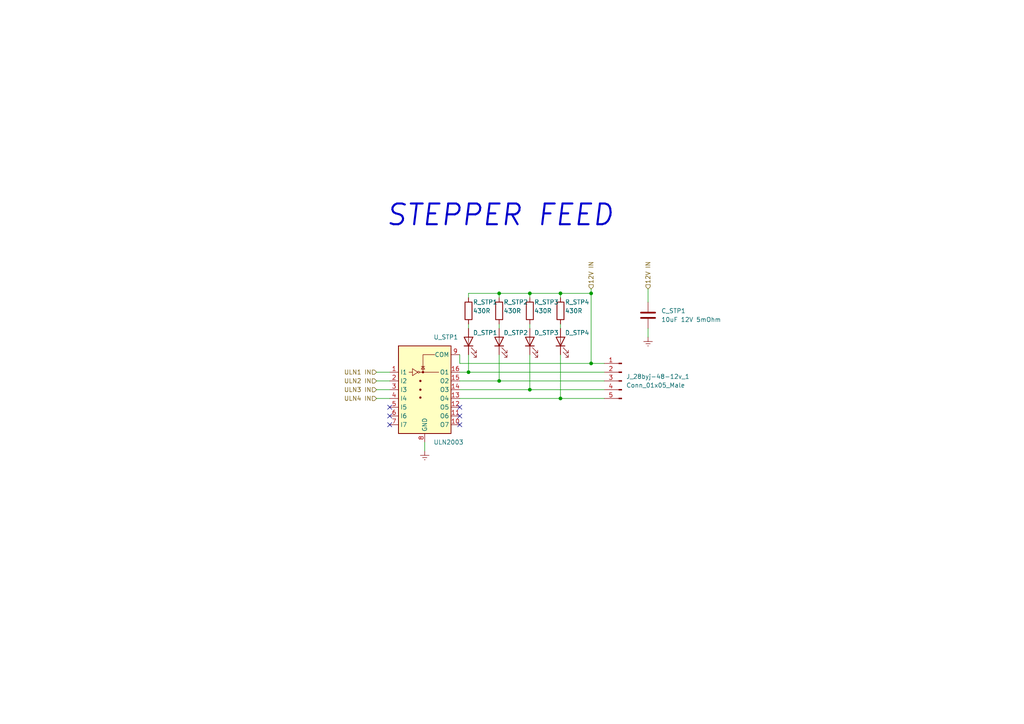
<source format=kicad_sch>
(kicad_sch (version 20211123) (generator eeschema)
  (paper "A4")
  (lib_symbols
    (symbol "Connector:Conn_01x05_Male" (pin_names (offset 1.016) hide)
      (property "Reference" "J" (at 0 7.62 0))
      (property "Value" "Conn_01x05_Male" (at 0 -7.62 0))
      (symbol "Conn_01x05_Male_1_1"
        (polyline (pts (xy 1.27 -5.08) (xy 0.8636 -5.08)) (stroke (width 0.1524)))
        (polyline (pts (xy 1.27 -2.54) (xy 0.8636 -2.54)) (stroke (width 0.1524)))
        (polyline (pts (xy 1.27 0) (xy 0.8636 0)) (stroke (width 0.1524)))
        (polyline (pts (xy 1.27 2.54) (xy 0.8636 2.54)) (stroke (width 0.1524)))
        (polyline (pts (xy 1.27 5.08) (xy 0.8636 5.08)) (stroke (width 0.1524)))
        (rectangle (start 0.8636 -4.953) (end 0 -5.207) (stroke (width 0.1524)) (fill (type outline)))
        (rectangle (start 0.8636 -2.413) (end 0 -2.667) (stroke (width 0.1524)) (fill (type outline)))
        (rectangle (start 0.8636 0.127) (end 0 -0.127) (stroke (width 0.1524)) (fill (type outline)))
        (rectangle (start 0.8636 2.667) (end 0 2.413) (stroke (width 0.1524)) (fill (type outline)))
        (rectangle (start 0.8636 5.207) (end 0 4.953) (stroke (width 0.1524)) (fill (type outline)))
        (pin passive line (at 5.08 5.08 180) (length 3.81) (name "Pin_1") (number "1"))
        (pin passive line (at 5.08 2.54 180) (length 3.81) (name "Pin_2") (number "2"))
        (pin passive line (at 5.08 0 180) (length 3.81) (name "Pin_3") (number "3"))
        (pin passive line (at 5.08 -2.54 180) (length 3.81) (name "Pin_4") (number "4"))
        (pin passive line (at 5.08 -5.08 180) (length 3.81) (name "Pin_5") (number "5"))
      )
    )
    (symbol "Device:C" (pin_numbers hide) (pin_names (offset 0.254))
      (property "Reference" "C" (at 0.635 2.54 0))
      (property "Value" "C" (at 0.635 -2.54 0))
      (symbol "C_0_1"
        (polyline (pts (xy -2.032 -0.762) (xy 2.032 -0.762)) (stroke (width 0.508)))
        (polyline (pts (xy -2.032 0.762) (xy 2.032 0.762)) (stroke (width 0.508)))
      )
      (symbol "C_1_1"
        (pin passive line (at 0 3.81 270) (length 2.794) (name "~") (number "1"))
        (pin passive line (at 0 -3.81 90) (length 2.794) (name "~") (number "2"))
      )
    )
    (symbol "Device:LED" (pin_numbers hide) (pin_names (offset 1.016) hide)
      (property "Reference" "D" (at 0 2.54 0))
      (property "Value" "LED" (at 0 -2.54 0))
      (symbol "LED_0_1"
        (polyline (pts (xy -1.27 -1.27) (xy -1.27 1.27)) (stroke (width 0.254)))
        (polyline (pts (xy -1.27 0) (xy 1.27 0)))
        (polyline (pts (xy 1.27 -1.27) (xy 1.27 1.27) (xy -1.27 0) (xy 1.27 -1.27)) (stroke (width 0.254)))
        (polyline (pts (xy -3.048 -0.762) (xy -4.572 -2.286) (xy -3.81 -2.286) (xy -4.572 -2.286) (xy -4.572 -1.524)))
        (polyline (pts (xy -1.778 -0.762) (xy -3.302 -2.286) (xy -2.54 -2.286) (xy -3.302 -2.286) (xy -3.302 -1.524)))
      )
      (symbol "LED_1_1"
        (pin passive line (at -3.81 0 0) (length 2.54) (name "K") (number "1"))
        (pin passive line (at 3.81 0 180) (length 2.54) (name "A") (number "2"))
      )
    )
    (symbol "Device:R" (pin_numbers hide) (pin_names (offset 0))
      (property "Reference" "R" (at 2.032 0 90))
      (property "Value" "R" (at 0 0 90))
      (symbol "R_0_1"
        (rectangle (start -1.016 -2.54) (end 1.016 2.54) (stroke (width 0.254)))
      )
      (symbol "R_1_1"
        (pin passive line (at 0 3.81 270) (length 1.27) (name "~") (number "1"))
        (pin passive line (at 0 -3.81 90) (length 1.27) (name "~") (number "2"))
      )
    )
    (symbol "Transistor_Array:ULN2003"
      (property "Reference" "U" (at 0 15.875 0))
      (property "Value" "ULN2003" (at 0 13.97 0))
      (symbol "ULN2003_0_1"
        (rectangle (start -7.62 -12.7) (end 7.62 12.7) (stroke (width 0.254)) (fill (type background)))
        (circle (center -1.778 5.08) (radius 0.254))
        (circle (center -1.27 -2.286) (radius 0.254) (fill (type outline)))
        (circle (center -1.27 0) (radius 0.254) (fill (type outline)))
        (circle (center -1.27 2.54) (radius 0.254) (fill (type outline)))
        (circle (center -0.508 5.08) (radius 0.254) (fill (type outline)))
        (polyline (pts (xy -4.572 5.08) (xy -3.556 5.08)))
        (polyline (pts (xy -1.524 5.08) (xy 4.064 5.08)))
        (polyline (pts (xy 0 6.731) (xy -1.016 6.731)))
        (polyline (pts (xy -0.508 5.08) (xy -0.508 10.16) (xy 2.921 10.16)))
        (polyline (pts (xy -3.556 6.096) (xy -3.556 4.064) (xy -2.032 5.08) (xy -3.556 6.096)))
        (polyline (pts (xy 0 5.969) (xy -1.016 5.969) (xy -0.508 6.731) (xy 0 5.969)))
      )
      (symbol "ULN2003_1_1"
        (pin input line (at -10.16 5.08 0) (length 2.54) (name "I1") (number "1"))
        (pin open_collector line (at 10.16 -10.16 180) (length 2.54) (name "O7") (number "10"))
        (pin open_collector line (at 10.16 -7.62 180) (length 2.54) (name "O6") (number "11"))
        (pin open_collector line (at 10.16 -5.08 180) (length 2.54) (name "O5") (number "12"))
        (pin open_collector line (at 10.16 -2.54 180) (length 2.54) (name "O4") (number "13"))
        (pin open_collector line (at 10.16 0 180) (length 2.54) (name "O3") (number "14"))
        (pin open_collector line (at 10.16 2.54 180) (length 2.54) (name "O2") (number "15"))
        (pin open_collector line (at 10.16 5.08 180) (length 2.54) (name "O1") (number "16"))
        (pin input line (at -10.16 2.54 0) (length 2.54) (name "I2") (number "2"))
        (pin input line (at -10.16 0 0) (length 2.54) (name "I3") (number "3"))
        (pin input line (at -10.16 -2.54 0) (length 2.54) (name "I4") (number "4"))
        (pin input line (at -10.16 -5.08 0) (length 2.54) (name "I5") (number "5"))
        (pin input line (at -10.16 -7.62 0) (length 2.54) (name "I6") (number "6"))
        (pin input line (at -10.16 -10.16 0) (length 2.54) (name "I7") (number "7"))
        (pin power_in line (at 0 -15.24 90) (length 2.54) (name "GND") (number "8"))
        (pin passive line (at 10.16 10.16 180) (length 2.54) (name "COM") (number "9"))
      )
    )
    (symbol "power:GNDREF" (power) (pin_names (offset 0))
      (property "Value" "GNDREF" (at 0 -3.81 0))
      (symbol "GNDREF_0_1"
        (polyline (pts (xy -0.635 -1.905) (xy 0.635 -1.905)))
        (polyline (pts (xy -0.127 -2.54) (xy 0.127 -2.54)))
        (polyline (pts (xy 0 -1.27) (xy 0 0)))
        (polyline (pts (xy 1.27 -1.27) (xy -1.27 -1.27)))
      )
      (symbol "GNDREF_1_1"
        (pin power_in line (at 0 0 270) (length 0) hide (name "GNDREF") (number "1"))
      )
    )
  )
  (junction (at 144.78 110.49))
  (junction (at 153.67 85.09))
  (junction (at 171.45 85.09))
  (junction (at 144.78 85.09))
  (junction (at 162.56 85.09))
  (junction (at 171.45 105.41))
  (junction (at 153.67 113.03))
  (junction (at 135.89 107.95))
  (junction (at 162.56 115.57))
  (no_connect (at 133.35 120.65))
  (no_connect (at 113.03 123.19))
  (no_connect (at 133.35 118.11))
  (no_connect (at 113.03 120.65))
  (no_connect (at 133.35 123.19))
  (no_connect (at 113.03 118.11))
  (wire (pts (xy 133.35 107.95) (xy 135.89 107.95)))
  (wire (pts (xy 135.89 86.36) (xy 135.89 85.09)))
  (wire (pts (xy 109.22 107.95) (xy 113.03 107.95)))
  (wire (pts (xy 109.22 115.57) (xy 113.03 115.57)))
  (wire (pts (xy 153.67 85.09) (xy 162.56 85.09)))
  (wire (pts (xy 162.56 85.09) (xy 162.56 86.36)))
  (wire (pts (xy 144.78 102.87) (xy 144.78 110.49)))
  (wire (pts (xy 153.67 113.03) (xy 153.67 102.87)))
  (wire (pts (xy 144.78 85.09) (xy 144.78 86.36)))
  (wire (pts (xy 133.35 105.41) (xy 171.45 105.41)))
  (wire (pts (xy 187.96 97.79) (xy 187.96 95.25)))
  (wire (pts (xy 153.67 113.03) (xy 175.26 113.03)))
  (wire (pts (xy 135.89 93.98) (xy 135.89 95.25)))
  (wire (pts (xy 109.22 110.49) (xy 113.03 110.49)))
  (wire (pts (xy 135.89 85.09) (xy 144.78 85.09)))
  (wire (pts (xy 133.35 110.49) (xy 144.78 110.49)))
  (wire (pts (xy 109.22 113.03) (xy 113.03 113.03)))
  (wire (pts (xy 135.89 107.95) (xy 135.89 102.87)))
  (wire (pts (xy 162.56 93.98) (xy 162.56 95.25)))
  (wire (pts (xy 135.89 107.95) (xy 175.26 107.95)))
  (wire (pts (xy 144.78 93.98) (xy 144.78 95.25)))
  (wire (pts (xy 133.35 102.87) (xy 133.35 105.41)))
  (wire (pts (xy 162.56 115.57) (xy 162.56 102.87)))
  (wire (pts (xy 153.67 85.09) (xy 153.67 86.36)))
  (wire (pts (xy 133.35 113.03) (xy 153.67 113.03)))
  (wire (pts (xy 171.45 85.09) (xy 171.45 105.41)))
  (wire (pts (xy 171.45 105.41) (xy 175.26 105.41)))
  (wire (pts (xy 162.56 85.09) (xy 171.45 85.09)))
  (wire (pts (xy 162.56 115.57) (xy 175.26 115.57)))
  (wire (pts (xy 144.78 110.49) (xy 175.26 110.49)))
  (wire (pts (xy 123.19 128.27) (xy 123.19 130.81)))
  (wire (pts (xy 153.67 93.98) (xy 153.67 95.25)))
  (wire (pts (xy 144.78 85.09) (xy 153.67 85.09)))
  (wire (pts (xy 133.35 115.57) (xy 162.56 115.57)))
  (wire (pts (xy 187.96 83.82) (xy 187.96 87.63)))
  (wire (pts (xy 171.45 83.82) (xy 171.45 85.09)))
  (text "STEPPER FEED" (at 111.76 66.04 0) (effects (font (size 6 6) (thickness 0.6) bold italic) (justify left bottom)))
  (hierarchical_label "ULN1 IN" (shape input) (at 109.22 107.95 180))
  (hierarchical_label "12V IN" (shape input) (at 171.45 83.82 90))
  (hierarchical_label "ULN3 IN" (shape input) (at 109.22 113.03 180))
  (hierarchical_label "ULN2 IN" (shape input) (at 109.22 110.49 180))
  (hierarchical_label "ULN4 IN" (shape input) (at 109.22 115.57 180))
  (hierarchical_label "12V IN" (shape input) (at 187.96 83.82 90))
  (symbol (lib_id "Device:LED") (at 162.56 99.06 90) (unit 1)
    (property "Reference" "D_STP4" (at 163.83 96.52 90) (effects (justify right)))
    (property "Value" "LED white" (effects hide))
    (property "Footprint" "LED_SMD:LED_0603_1608Metric_Pad1.05x0.95mm_HandSolder" (effects hide))
    (property "Datasheet" "https://br.mouser.com/datasheet/2/348/smld12-e-1874545.pdf" (effects hide))
    (property "#" "SMLD12WBN1W1" (effects hide))
    (property "Description" "LED output" (effects hide))
    (property "Group" "28BYJ-48 12V" (effects hide))
    (property "Mouser" "OK" (effects hide))
  )
  (symbol (lib_id "power:GNDREF") (at 187.96 97.79 0) (unit 1)
    (property "Reference" "#PWR0169" (effects hide))
    (property "Value" "GNDREF" (effects hide))
  )
  (symbol (lib_id "power:GNDREF") (at 123.19 130.81 0) (unit 1)
    (property "Reference" "#PWR0115" (effects hide))
    (property "Value" "GNDREF" (effects hide))
  )
  (symbol (lib_id "Device:R") (at 153.67 90.17 0) (unit 1)
    (property "Reference" "R_STP3" (at 154.94 87.6299 0) (effects (justify left)))
    (property "Value" "430R" (at 154.94 90.17 0) (effects (justify left)))
    (property "Footprint" "Resistor_SMD:R_0603_1608Metric_Pad0.98x0.95mm_HandSolder" (effects hide))
    (property "Datasheet" "https://br.mouser.com/datasheet/2/54/cr-1858361.pdf" (effects hide))
    (property "#" "CR0603-JW-431ELF" (effects hide))
    (property "Description" "LED resistor" (effects hide))
    (property "Group" "28BYJ-48 12V" (effects hide))
    (property "Obs" "wes" (effects hide))
    (property "Mouser" "OK" (effects hide))
  )
  (symbol (lib_id "Device:LED") (at 144.78 99.06 90) (unit 1)
    (property "Reference" "D_STP2" (at 146.05 96.52 90) (effects (justify right)))
    (property "Value" "LED white" (effects hide))
    (property "Footprint" "LED_SMD:LED_0603_1608Metric_Pad1.05x0.95mm_HandSolder" (effects hide))
    (property "Datasheet" "https://br.mouser.com/datasheet/2/348/smld12-e-1874545.pdf" (effects hide))
    (property "#" "SMLD12WBN1W1" (effects hide))
    (property "Description" "LED output" (effects hide))
    (property "Group" "28BYJ-48 12V" (effects hide))
    (property "Mouser" "OK" (effects hide))
  )
  (symbol (lib_id "Device:R") (at 162.56 90.17 0) (unit 1)
    (property "Reference" "R_STP4" (at 163.83 87.6299 0) (effects (justify left)))
    (property "Value" "430R" (at 163.83 90.17 0) (effects (justify left)))
    (property "Footprint" "Resistor_SMD:R_0603_1608Metric_Pad0.98x0.95mm_HandSolder" (effects hide))
    (property "Datasheet" "https://br.mouser.com/datasheet/2/54/cr-1858361.pdf" (effects hide))
    (property "#" "CR0603-JW-431ELF" (effects hide))
    (property "Description" "LED resistor" (effects hide))
    (property "Group" "28BYJ-48 12V" (effects hide))
    (property "Obs" "wes" (effects hide))
    (property "Mouser" "OK" (effects hide))
  )
  (symbol (lib_id "Device:LED") (at 153.67 99.06 90) (unit 1)
    (property "Reference" "D_STP3" (at 154.94 96.52 90) (effects (justify right)))
    (property "Value" "LED white" (effects hide))
    (property "Footprint" "LED_SMD:LED_0603_1608Metric_Pad1.05x0.95mm_HandSolder" (effects hide))
    (property "Datasheet" "https://br.mouser.com/datasheet/2/348/smld12-e-1874545.pdf" (effects hide))
    (property "#" "SMLD12WBN1W1" (effects hide))
    (property "Description" "LED output" (effects hide))
    (property "Group" "28BYJ-48 12V" (effects hide))
    (property "Mouser" "OK" (effects hide))
  )
  (symbol (lib_id "Device:R") (at 135.89 90.17 0) (unit 1)
    (property "Reference" "R_STP1" (at 137.16 87.63 0) (effects (justify left)))
    (property "Value" "430R" (at 137.16 90.17 0) (effects (justify left)))
    (property "Footprint" "Resistor_SMD:R_0603_1608Metric_Pad0.98x0.95mm_HandSolder" (effects hide))
    (property "Datasheet" "https://br.mouser.com/datasheet/2/54/cr-1858361.pdf" (effects hide))
    (property "#" "CR0603-JW-431ELF" (effects hide))
    (property "Description" "LED resistor" (effects hide))
    (property "Group" "28BYJ-48 12V" (effects hide))
    (property "Obs" "wes" (effects hide))
    (property "Mouser" "OK" (effects hide))
  )
  (symbol (lib_id "Connector:Conn_01x05_Male") (at 180.34 110.49 0) (mirror y) (unit 1)
    (property "Reference" "J_28byj-48-12v_1" (at 181.61 109.2199 0) (effects (justify right)))
    (property "Value" "Conn_01x05_Male" (at 181.61 111.7599 0) (effects (justify right)))
    (property "Footprint" "Connector_PinHeader_2.54mm:PinHeader_1x05_P2.54mm_Vertical" (effects hide))
    (property "Datasheet" "https://br.mouser.com/datasheet/2/181/M20-999-1218971.pdf" (effects hide))
    (property "#" "M20-9990546" (effects hide))
    (property "Description" "Header" (effects hide))
    (property "Group" "28BYJ-48 12V" (effects hide))
    (property "Mouser" "OK" (effects hide))
  )
  (symbol (lib_id "Device:R") (at 144.78 90.17 0) (unit 1)
    (property "Reference" "R_STP2" (at 146.05 87.63 0) (effects (justify left)))
    (property "Value" "430R" (at 146.05 90.1701 0) (effects (justify left)))
    (property "Footprint" "Resistor_SMD:R_0603_1608Metric_Pad0.98x0.95mm_HandSolder" (effects hide))
    (property "Datasheet" "https://br.mouser.com/datasheet/2/54/cr-1858361.pdf" (effects hide))
    (property "#" "CR0603-JW-431ELF" (effects hide))
    (property "Description" "LED resistor" (effects hide))
    (property "Group" "28BYJ-48 12V" (effects hide))
    (property "Obs" "wes" (effects hide))
    (property "Mouser" "OK" (effects hide))
  )
  (symbol (lib_id "Transistor_Array:ULN2003") (at 123.19 113.03 0) (unit 1)
    (property "Reference" "U_STP1" (at 125.73 97.79 0) (effects (justify left)))
    (property "Value" "ULN2003" (at 125.73 128.27 0) (effects (justify left)))
    (property "Footprint" "Package_SO:SOIC-16W_5.3x10.2mm_P1.27mm" (effects hide))
    (property "Datasheet" "https://br.mouser.com/datasheet/2/308/1/ULN2003A_D-2320193.pdf" (effects hide))
    (property "#" "ULN2003ADR2G" (effects hide))
    (property "Description" "Driver" (effects hide))
    (property "Group" "28BYJ-48 12V" (effects hide))
    (property "Mouser" "OK" (effects hide))
  )
  (symbol (lib_id "Device:C") (at 187.96 91.44 180) (unit 1)
    (property "Reference" "C_STP1" (at 191.77 90.17 0) (effects (justify right)))
    (property "Value" "10uF 12V 5mOhm" (at 191.77 92.71 0) (effects (justify right)))
    (property "Footprint" "Capacitor_SMD:C_0603_1608Metric_Pad1.08x0.95mm_HandSolder" (effects hide))
    (property "Datasheet" "https://product.tdk.com/system/files/dam/doc/product/capacitor/ceramic/mlcc/catalog/mlcc_commercial_general_en.pdf?ref_disty=mouser" (effects hide))
    (property "#" "C1608X5R1E106M080AC" (effects hide))
    (property "Description" "Decouple" (effects hide))
    (property "Group" "28BYJ-48 12V" (effects hide))
    (property "Obs" "wes" (effects hide))
    (property "Mouser" "OK" (effects hide))
  )
  (symbol (lib_id "Device:LED") (at 135.89 99.06 90) (unit 1)
    (property "Reference" "D_STP1" (at 137.16 96.52 90) (effects (justify right)))
    (property "Value" "LED white" (effects hide))
    (property "Footprint" "LED_SMD:LED_0603_1608Metric_Pad1.05x0.95mm_HandSolder" (effects hide))
    (property "Datasheet" "https://br.mouser.com/datasheet/2/348/smld12-e-1874545.pdf" (effects hide))
    (property "#" "SMLD12WBN1W1" (effects hide))
    (property "Description" "LED output" (effects hide))
    (property "Group" "28BYJ-48 12V" (effects hide))
    (property "Mouser" "OK" (effects hide))
  )
)
</source>
